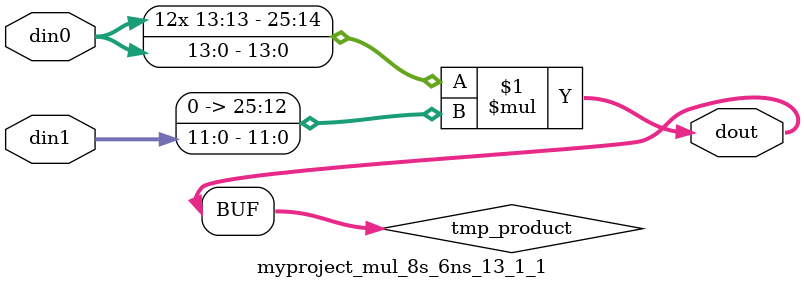
<source format=v>

`timescale 1 ns / 1 ps

  module myproject_mul_8s_6ns_13_1_1(din0, din1, dout);
parameter ID = 1;
parameter NUM_STAGE = 0;
parameter din0_WIDTH = 14;
parameter din1_WIDTH = 12;
parameter dout_WIDTH = 26;

input [din0_WIDTH - 1 : 0] din0; 
input [din1_WIDTH - 1 : 0] din1; 
output [dout_WIDTH - 1 : 0] dout;

wire signed [dout_WIDTH - 1 : 0] tmp_product;












assign tmp_product = $signed(din0) * $signed({1'b0, din1});









assign dout = tmp_product;







endmodule

</source>
